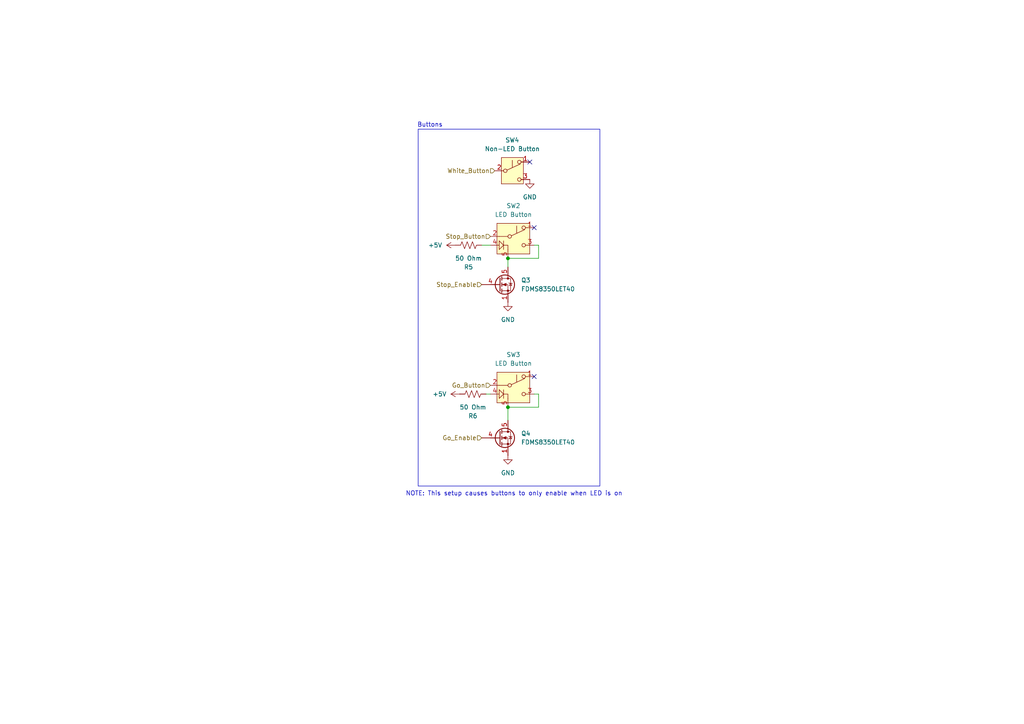
<source format=kicad_sch>
(kicad_sch (version 20250114) (generator "eeschema") (generator_version "9.0")
  (paper "A4")
  (lib_symbols
    (symbol "Device:R_US" (pin_numbers (hide yes)) (pin_names (offset 0))
      (property "Reference" "R" (at 2.54 0 90))
      (property "Value" "R_US" (at -2.54 0 90))
      (symbol "R_US_0_1"
        (polyline (pts (xy 0 2.286) (xy 0 2.54)))
        (polyline (pts (xy 0 2.286) (xy 1.016 1.905) (xy 0 1.524) (xy -1.016 1.143) (xy 0 0.762)))
        (polyline (pts (xy 0 0.762) (xy 1.016 0.381) (xy 0 0) (xy -1.016 -0.381) (xy 0 -0.762)))
        (polyline (pts (xy 0 -0.762) (xy 1.016 -1.143) (xy 0 -1.524) (xy -1.016 -1.905) (xy 0 -2.286)))
        (polyline (pts (xy 0 -2.286) (xy 0 -2.54)))
      )
      (symbol "R_US_1_1"
        (pin passive line (at 0 3.81 270) (length 1.27) (name "~") (number "1"))
        (pin passive line (at 0 -3.81 90) (length 1.27) (name "~") (number "2"))
      )
    )
    (symbol "SW_Push_SPDT_2" (pin_names (offset 0) (hide yes))
      (property "Reference" "SW4" (at 2.2225 8.89 0))
      (property "Value" "LED Button" (at 2.2225 6.35 0))
      (symbol "SW_Push_SPDT_2_0_0"
        (circle (center 0.508 0) (radius 0.508))
        (polyline (pts (xy 2.54 1.016) (xy 2.54 3.048)))
        (circle (center 4.572 -2.54) (radius 0.508))
      )
      (symbol "SW_Push_SPDT_2_0_1"
        (polyline (pts (xy -2.54 0) (xy 0 0)))
        (polyline (pts (xy -2.54 -1.27) (xy -2.54 -3.81) (xy -1.27 -2.54) (xy -2.54 -1.27)))
        (polyline (pts (xy -1.27 -1.27) (xy -1.27 -3.81)))
        (polyline (pts (xy -1.27 -2.54) (xy 0 -2.54) (xy 0 -3.81)))
        (polyline (pts (xy 1.016 0.2032) (xy 4.8768 1.9812)))
        (circle (center 4.572 2.54) (radius 0.508))
      )
      (symbol "SW_Push_SPDT_2_1_1"
        (rectangle (start -3.175 3.81) (end 6.35 -5.08) (fill (type background)))
        (pin passive line (at -5.08 0 0) (length 2.54) (name "B") (number "2"))
        (pin power_in line (at -5.08 -2.54 0) (length 2.54) (name "LED_IN") (number "4"))
        (pin power_out line (at 0 -6.35 90) (length 2.54) (name "GND") (number "5"))
        (pin passive line (at 7.62 2.54 180) (length 2.54) (name "A") (number "1"))
        (pin passive line (at 7.62 -2.54 180) (length 2.54) (name "C") (number "3"))
      )
    )
    (symbol "Switch:SW_Push_SPDT" (pin_names (offset 0) (hide yes))
      (property "Reference" "SW" (at 0 5.08 0))
      (property "Value" "SW_Push_SPDT" (at 0 -5.08 0))
      (symbol "SW_Push_SPDT_0_0"
        (circle (center -2.032 0) (radius 0.508))
        (polyline (pts (xy 0 1.016) (xy 0 3.048)))
        (circle (center 2.032 -2.54) (radius 0.508))
      )
      (symbol "SW_Push_SPDT_0_1"
        (polyline (pts (xy -1.524 0.2032) (xy 2.3368 1.9812)))
        (circle (center 2.032 2.54) (radius 0.508))
      )
      (symbol "SW_Push_SPDT_1_1"
        (rectangle (start -3.175 3.81) (end 3.175 -3.81) (fill (type background)))
        (pin passive line (at -5.08 0 0) (length 2.54) (name "B") (number "2"))
        (pin passive line (at 5.08 2.54 180) (length 2.54) (name "A") (number "1"))
        (pin passive line (at 5.08 -2.54 180) (length 2.54) (name "C") (number "3"))
      )
    )
    (symbol "Transistor_FET:FDMS8350LET40" (pin_names (offset 0) (hide yes))
      (property "Reference" "Q" (at 5.08 1.905 0))
      (property "Value" "FDMS8350LET40" (at 5.08 0 0))
      (symbol "FDMS8350LET40_0_1"
        (polyline (pts (xy 0.254 1.905) (xy 0.254 -1.905)) (stroke (width 0.254)))
        (polyline (pts (xy 0.254 0) (xy -2.54 0)))
        (polyline (pts (xy 0.762 2.286) (xy 0.762 1.27)) (stroke (width 0.254)))
        (polyline (pts (xy 0.762 0.508) (xy 0.762 -0.508)) (stroke (width 0.254)))
        (polyline (pts (xy 0.762 -1.27) (xy 0.762 -2.286)) (stroke (width 0.254)))
        (polyline (pts (xy 0.762 -1.778) (xy 3.302 -1.778) (xy 3.302 1.778) (xy 0.762 1.778)))
        (polyline (pts (xy 1.016 0) (xy 2.032 0.381) (xy 2.032 -0.381) (xy 1.016 0)) (fill (type outline)))
        (circle (center 1.651 0) (radius 2.794) (stroke (width 0.254)))
        (polyline (pts (xy 2.54 2.54) (xy 2.54 1.778)))
        (circle (center 2.54 1.778) (radius 0.254) (fill (type outline)))
        (circle (center 2.54 -1.778) (radius 0.254) (fill (type outline)))
        (polyline (pts (xy 2.54 -2.54) (xy 2.54 0) (xy 0.762 0)))
        (polyline (pts (xy 2.794 0.508) (xy 2.921 0.381) (xy 3.683 0.381) (xy 3.81 0.254)))
        (polyline (pts (xy 3.302 0.381) (xy 2.921 -0.254) (xy 3.683 -0.254) (xy 3.302 0.381)))
      )
      (symbol "FDMS8350LET40_1_1"
        (pin input line (at -5.08 0 0) (length 5.08) (name "G") (number "4"))
        (pin passive line (at 2.54 5.08 270) (length 2.54) (name "D") (number "5"))
        (pin passive line (at 2.54 -5.08 90) (length 2.54) (name "S") (number "1"))
        (pin passive line (at 2.54 -5.08 90) (length 2.54) (hide yes) (name "S") (number "2"))
        (pin passive line (at 2.54 -5.08 90) (length 2.54) (hide yes) (name "S") (number "3"))
      )
    )
    (symbol "power:+5V" (power) (pin_numbers (hide yes)) (pin_names (offset 0) (hide yes))
      (property "Value" "+5V" (at 0 3.556 0))
      (symbol "+5V_0_1"
        (polyline (pts (xy -0.762 1.27) (xy 0 2.54)))
        (polyline (pts (xy 0 2.54) (xy 0.762 1.27)))
        (polyline (pts (xy 0 0) (xy 0 2.54)))
      )
      (symbol "+5V_1_1"
        (pin power_in line (at 0 0 90) (length 0) (name "~") (number "1"))
      )
    )
    (symbol "power:GND" (power) (pin_numbers (hide yes)) (pin_names (offset 0) (hide yes))
      (property "Value" "GND" (at 0 -3.81 0))
      (symbol "GND_0_1"
        (polyline (pts (xy 0 0) (xy 0 -1.27) (xy 1.27 -1.27) (xy 0 -2.54) (xy -1.27 -1.27) (xy 0 -1.27)))
      )
      (symbol "GND_1_1"
        (pin power_in line (at 0 0 270) (length 0) (name "~") (number "1"))
      )
    )
  )
  (rectangle (start 121.285 37.465) (end 173.99 140.97))
  (text "Buttons" (at 124.714 36.322 0) (effects (font (size 1.27 1.27))))
  (text "NOTE: This setup causes buttons to only enable when LED is on" (at 149.098 143.256 0) (effects (font (size 1.27 1.27))))
  (junction (at 147.32 118.11))
  (junction (at 147.32 74.93))
  (no_connect (at 154.94 109.22))
  (no_connect (at 153.67 46.99))
  (no_connect (at 154.94 66.04))
  (wire (pts (xy 156.21 118.11) (xy 147.32 118.11)))
  (wire (pts (xy 156.21 71.12) (xy 156.21 74.93)))
  (wire (pts (xy 139.7 71.12) (xy 142.24 71.12)))
  (wire (pts (xy 154.94 71.12) (xy 156.21 71.12)))
  (wire (pts (xy 147.32 121.92) (xy 147.32 118.11)))
  (wire (pts (xy 140.97 114.3) (xy 142.24 114.3)))
  (wire (pts (xy 156.21 114.3) (xy 156.21 118.11)))
  (wire (pts (xy 156.21 74.93) (xy 147.32 74.93)))
  (wire (pts (xy 154.94 114.3) (xy 156.21 114.3)))
  (wire (pts (xy 147.32 77.47) (xy 147.32 74.93)))
  (hierarchical_label "Stop_Enable" (shape input) (at 139.7 82.55 180))
  (hierarchical_label "Go_Enable" (shape input) (at 139.7 127 180))
  (hierarchical_label "Stop_Button" (shape input) (at 142.24 68.58 180))
  (hierarchical_label "Go_Button" (shape input) (at 142.24 111.76 180))
  (hierarchical_label "White_Button" (shape input) (at 143.51 49.53 180))
  (symbol (lib_id "Transistor_FET:FDMS8350LET40") (at 144.78 127 0) (unit 1)
    (property "Reference" "Q4" (at 151.13 125.7299 0) (effects (justify left)))
    (property "Value" "FDMS8350LET40" (at 151.13 128.2699 0) (effects (justify left)))
    (property "Footprint" "Package_TO_SOT_SMD:TDSON-8-1" (effects (hide yes)))
    (property "Datasheet" "https://www.onsemi.com/pub/Collateral/FDMS8350LET40-D.pdf" (effects (hide yes)))
    (property "Description" "49A Id, 40V Vds, N-Channel PowerTrench MOSFET, 0.85mOhm Ron, 242nC Qgmax, -55 to 175 °C, 5x6mm SON8" (effects (hide yes)))
  )
  (symbol (lib_name "SW_Push_SPDT_2") (lib_id "Switch:SW_Push_SPDT") (at 147.32 111.76 0) (unit 1)
    (property "Reference" "SW3" (at 148.9075 102.87 0))
    (property "Value" "LED Button" (at 148.9075 105.41 0))
    (property "Description" "Momentary Switch, single pole double throw" (effects (hide yes)))
  )
  (symbol (lib_id "Switch:SW_Push_SPDT") (at 148.59 49.53 0) (unit 1)
    (property "Reference" "SW4" (at 148.59 40.64 0))
    (property "Value" "Non-LED Button" (at 148.59 43.18 0))
    (property "Description" "Momentary Switch, single pole double throw" (effects (hide yes)))
  )
  (symbol (lib_id "power:+5V") (at 133.35 114.3 90) (unit 1)
    (property "Reference" "#PWR04" (effects (hide yes)))
    (property "Value" "+5V" (at 129.54 114.2999 90) (effects (justify left)))
    (property "Description" "Power symbol creates a global label with name \"+5V\"" (effects (hide yes)))
  )
  (symbol (lib_id "Device:R_US") (at 135.89 71.12 270) (unit 1)
    (property "Reference" "R5" (at 135.89 77.47 90))
    (property "Value" "50 Ohm" (at 135.89 74.93 90))
    (property "Description" "Resistor, US symbol" (effects (hide yes)))
  )
  (symbol (lib_id "power:+5V") (at 132.08 71.12 90) (unit 1)
    (property "Reference" "#PWR03" (effects (hide yes)))
    (property "Value" "+5V" (at 128.27 71.1199 90) (effects (justify left)))
    (property "Description" "Power symbol creates a global label with name \"+5V\"" (effects (hide yes)))
  )
  (symbol (lib_id "Device:R_US") (at 137.16 114.3 270) (unit 1)
    (property "Reference" "R6" (at 137.16 120.65 90))
    (property "Value" "50 Ohm" (at 137.16 118.11 90))
    (property "Description" "Resistor, US symbol" (effects (hide yes)))
  )
  (symbol (lib_name "SW_Push_SPDT_2") (lib_id "Switch:SW_Push_SPDT") (at 147.32 68.58 0) (unit 1)
    (property "Reference" "SW2" (at 148.9075 59.69 0))
    (property "Value" "LED Button" (at 148.9075 62.23 0))
    (property "Description" "Momentary Switch, single pole double throw" (effects (hide yes)))
  )
  (symbol (lib_id "power:GND") (at 147.32 132.08 0) (unit 1)
    (property "Reference" "#PWR017" (effects (hide yes)))
    (property "Value" "GND" (at 147.32 137.16 0))
    (property "Description" "Power symbol creates a global label with name \"GND\" , ground" (effects (hide yes)))
  )
  (symbol (lib_id "power:GND") (at 153.67 52.07 0) (unit 1)
    (property "Reference" "#PWR022" (effects (hide yes)))
    (property "Value" "GND" (at 153.67 57.15 0))
    (property "Description" "Power symbol creates a global label with name \"GND\" , ground" (effects (hide yes)))
  )
  (symbol (lib_id "power:GND") (at 147.32 87.63 0) (unit 1)
    (property "Reference" "#PWR016" (effects (hide yes)))
    (property "Value" "GND" (at 147.32 92.71 0))
    (property "Description" "Power symbol creates a global label with name \"GND\" , ground" (effects (hide yes)))
  )
  (symbol (lib_id "Transistor_FET:FDMS8350LET40") (at 144.78 82.55 0) (unit 1)
    (property "Reference" "Q3" (at 151.13 81.2799 0) (effects (justify left)))
    (property "Value" "FDMS8350LET40" (at 151.13 83.8199 0) (effects (justify left)))
    (property "Footprint" "Package_TO_SOT_SMD:TDSON-8-1" (effects (hide yes)))
    (property "Datasheet" "https://www.onsemi.com/pub/Collateral/FDMS8350LET40-D.pdf" (effects (hide yes)))
    (property "Description" "49A Id, 40V Vds, N-Channel PowerTrench MOSFET, 0.85mOhm Ron, 242nC Qgmax, -55 to 175 °C, 5x6mm SON8" (effects (hide yes)))
  )
)
</source>
